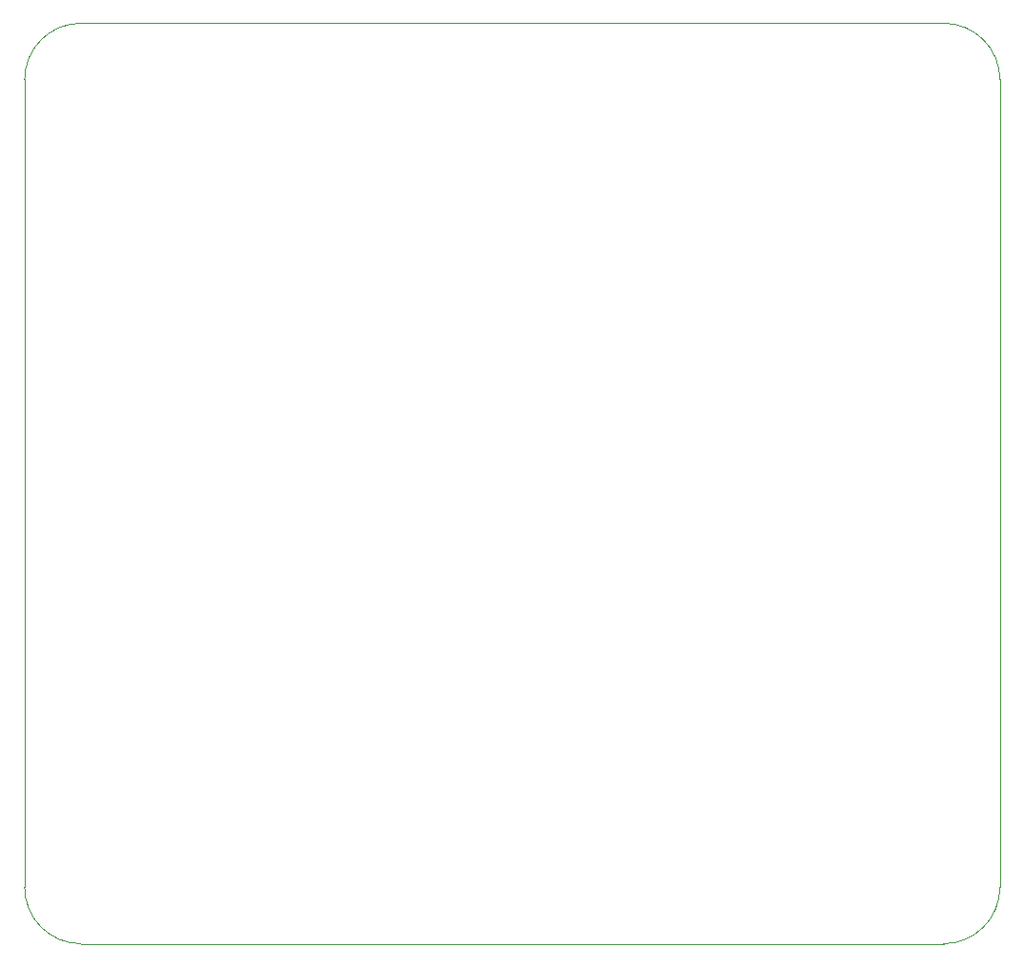
<source format=gbr>
%TF.GenerationSoftware,KiCad,Pcbnew,9.0.0*%
%TF.CreationDate,2025-08-25T23:02:16-05:00*%
%TF.ProjectId,VehicleControlUnit,56656869-636c-4654-936f-6e74726f6c55,rev?*%
%TF.SameCoordinates,Original*%
%TF.FileFunction,Profile,NP*%
%FSLAX46Y46*%
G04 Gerber Fmt 4.6, Leading zero omitted, Abs format (unit mm)*
G04 Created by KiCad (PCBNEW 9.0.0) date 2025-08-25 23:02:16*
%MOMM*%
%LPD*%
G01*
G04 APERTURE LIST*
%TA.AperFunction,Profile*%
%ADD10C,0.050000*%
%TD*%
G04 APERTURE END LIST*
D10*
X109250000Y-136800000D02*
X109250000Y-65000000D01*
X190850000Y-141800000D02*
X114250000Y-141800000D01*
X114250000Y-141800000D02*
G75*
G02*
X109250000Y-136800000I0J5000000D01*
G01*
X109250000Y-65000000D02*
G75*
G02*
X114250000Y-60000000I5000000J0D01*
G01*
X190850000Y-60000000D02*
G75*
G02*
X195850000Y-65000000I0J-5000000D01*
G01*
X114250000Y-60000000D02*
X190850000Y-60000000D01*
X195850000Y-65000000D02*
X195850000Y-136800000D01*
X195850000Y-136800000D02*
G75*
G02*
X190850000Y-141800000I-5000000J0D01*
G01*
M02*

</source>
